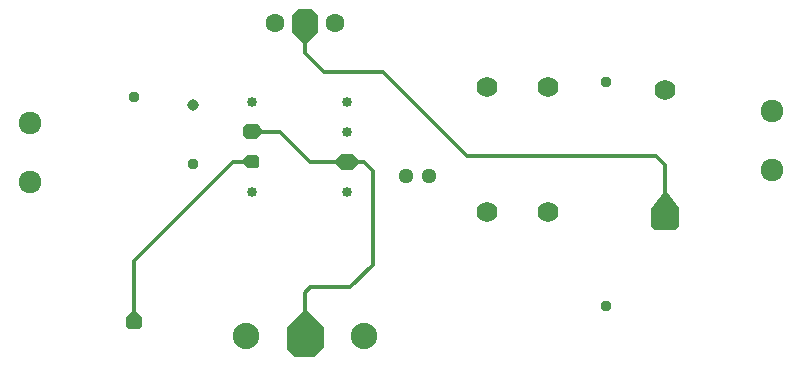
<source format=gbl>
G04*
G04 #@! TF.GenerationSoftware,Altium Limited,Altium Designer,20.0.10 (225)*
G04*
G04 Layer_Physical_Order=2*
G04 Layer_Color=16711680*
%FSLAX25Y25*%
%MOIN*%
G70*
G01*
G75*
%ADD29C,0.01200*%
%ADD30C,0.07559*%
%ADD31C,0.06929*%
%ADD32C,0.03780*%
%ADD33C,0.05039*%
%ADD34C,0.06299*%
%ADD35C,0.03339*%
%ADD36C,0.03842*%
%ADD37C,0.08819*%
G36*
X48400Y26000D02*
X50800Y28400D01*
X51400D01*
X53900Y25900D01*
Y22900D01*
X52800Y21800D01*
X49500D01*
X48400Y22900D01*
X48400Y26000D01*
D02*
G37*
G36*
X89000Y79900D02*
X87394Y78294D01*
Y77105D01*
X88900Y75600D01*
X92100D01*
X92900Y76400D01*
X92900Y79200D01*
X92200Y79900D01*
X89000D01*
D02*
G37*
G36*
X92556Y90100D02*
X93900Y88308D01*
Y87300D01*
X91900Y85300D01*
X88800D01*
X87700Y86400D01*
Y89400D01*
X88400Y90100D01*
X92556Y90100D01*
D02*
G37*
G36*
X102100Y22400D02*
X107800Y28100D01*
X108900D01*
X114400Y22600D01*
Y15700D01*
X111200Y12500D01*
X104900Y12500D01*
X102100Y15300D01*
X102100Y22400D01*
D02*
G37*
G36*
X106100Y128700D02*
X103900Y126500D01*
Y120900D01*
X107900Y116900D01*
X108800D01*
X112700Y120800D01*
Y126700D01*
X110700Y128700D01*
X106100Y128700D01*
D02*
G37*
G36*
X118200Y77977D02*
X118200Y77300D01*
X120500Y75000D01*
X123900Y75000D01*
X126500Y77600D01*
Y78000D01*
X124100Y80400D01*
X120073D01*
X118200Y77977D01*
D02*
G37*
G36*
X223500Y61963D02*
Y56200D01*
X224900Y54800D01*
X231400D01*
X232830Y55890D01*
X233031Y62248D01*
X228860Y67640D01*
X227886Y67619D01*
X223500Y61963D01*
D02*
G37*
D29*
X228346Y59842D02*
Y76454D01*
X225300Y79500D02*
X228346Y76454D01*
X162200Y79500D02*
X225300D01*
X134100Y107600D02*
X162200Y79500D01*
X114500Y107600D02*
X134100D01*
X108268Y113832D02*
X114500Y107600D01*
X108268Y113832D02*
Y124016D01*
X109783Y77716D02*
X122126D01*
X127884D02*
X130900Y74700D01*
Y43400D02*
Y74700D01*
X122126Y77716D02*
X127884D01*
X123300Y35800D02*
X130900Y43400D01*
X108268Y19685D02*
Y34068D01*
X110000Y35800D01*
X123300D01*
X90472Y87717D02*
X99783D01*
X109783Y77716D01*
X84316D02*
X90472D01*
X51134Y44534D02*
X84316Y77716D01*
X51134Y24409D02*
Y44534D01*
D30*
X263779Y94488D02*
D03*
Y74803D02*
D03*
X16693Y70866D02*
D03*
Y90551D02*
D03*
D31*
X228346Y101575D02*
D03*
Y59842D02*
D03*
X189275Y61024D02*
D03*
Y102756D02*
D03*
X168972D02*
D03*
Y61024D02*
D03*
D32*
X208661Y104331D02*
D03*
Y29528D02*
D03*
X70866Y76772D02*
D03*
X51134Y99213D02*
D03*
Y24409D02*
D03*
D33*
X149606Y72835D02*
D03*
X141732D02*
D03*
D34*
X118307Y124016D02*
D03*
X108268D02*
D03*
X98228D02*
D03*
D35*
X122126Y97716D02*
D03*
Y87717D02*
D03*
Y77716D02*
D03*
Y67716D02*
D03*
X90472D02*
D03*
Y77716D02*
D03*
Y87717D02*
D03*
X90433Y97716D02*
D03*
D36*
X70866Y96457D02*
D03*
D37*
X88583Y19685D02*
D03*
X108268D02*
D03*
X127953D02*
D03*
M02*

</source>
